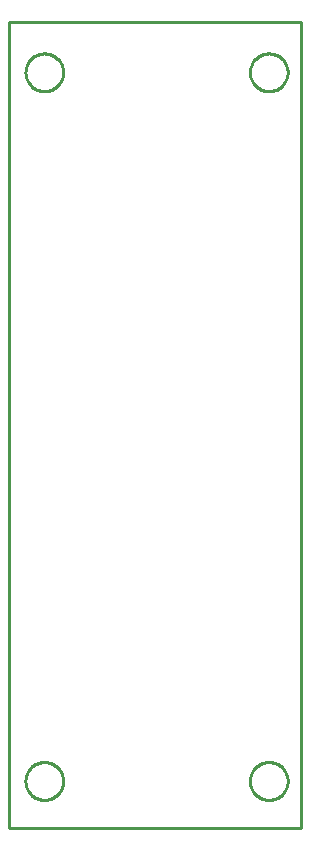
<source format=gbr>
G04 EAGLE Gerber RS-274X export*
G75*
%MOMM*%
%FSLAX34Y34*%
%LPD*%
%IN*%
%IPPOS*%
%AMOC8*
5,1,8,0,0,1.08239X$1,22.5*%
G01*
%ADD10C,0.254000*%


D10*
X0Y0D02*
X247650Y0D01*
X247650Y682625D01*
X0Y682625D01*
X0Y0D01*
X46000Y39476D02*
X45932Y38431D01*
X45795Y37392D01*
X45590Y36365D01*
X45319Y35353D01*
X44983Y34361D01*
X44582Y33393D01*
X44118Y32454D01*
X43595Y31546D01*
X43013Y30675D01*
X42375Y29844D01*
X41684Y29057D01*
X40943Y28316D01*
X40156Y27625D01*
X39325Y26988D01*
X38454Y26406D01*
X37546Y25882D01*
X36607Y25418D01*
X35639Y25017D01*
X34647Y24681D01*
X33635Y24410D01*
X32608Y24205D01*
X31569Y24069D01*
X30524Y24000D01*
X29476Y24000D01*
X28431Y24069D01*
X27392Y24205D01*
X26365Y24410D01*
X25353Y24681D01*
X24361Y25017D01*
X23393Y25418D01*
X22454Y25882D01*
X21546Y26406D01*
X20675Y26988D01*
X19844Y27625D01*
X19057Y28316D01*
X18316Y29057D01*
X17625Y29844D01*
X16988Y30675D01*
X16406Y31546D01*
X15882Y32454D01*
X15418Y33393D01*
X15017Y34361D01*
X14681Y35353D01*
X14410Y36365D01*
X14205Y37392D01*
X14069Y38431D01*
X14000Y39476D01*
X14000Y40524D01*
X14069Y41569D01*
X14205Y42608D01*
X14410Y43635D01*
X14681Y44647D01*
X15017Y45639D01*
X15418Y46607D01*
X15882Y47546D01*
X16406Y48454D01*
X16988Y49325D01*
X17625Y50156D01*
X18316Y50943D01*
X19057Y51684D01*
X19844Y52375D01*
X20675Y53013D01*
X21546Y53595D01*
X22454Y54118D01*
X23393Y54582D01*
X24361Y54983D01*
X25353Y55319D01*
X26365Y55590D01*
X27392Y55795D01*
X28431Y55932D01*
X29476Y56000D01*
X30524Y56000D01*
X31569Y55932D01*
X32608Y55795D01*
X33635Y55590D01*
X34647Y55319D01*
X35639Y54983D01*
X36607Y54582D01*
X37546Y54118D01*
X38454Y53595D01*
X39325Y53013D01*
X40156Y52375D01*
X40943Y51684D01*
X41684Y50943D01*
X42375Y50156D01*
X43013Y49325D01*
X43595Y48454D01*
X44118Y47546D01*
X44582Y46607D01*
X44983Y45639D01*
X45319Y44647D01*
X45590Y43635D01*
X45795Y42608D01*
X45932Y41569D01*
X46000Y40524D01*
X46000Y39476D01*
X236000Y39476D02*
X235932Y38431D01*
X235795Y37392D01*
X235590Y36365D01*
X235319Y35353D01*
X234983Y34361D01*
X234582Y33393D01*
X234118Y32454D01*
X233595Y31546D01*
X233013Y30675D01*
X232375Y29844D01*
X231684Y29057D01*
X230943Y28316D01*
X230156Y27625D01*
X229325Y26988D01*
X228454Y26406D01*
X227546Y25882D01*
X226607Y25418D01*
X225639Y25017D01*
X224647Y24681D01*
X223635Y24410D01*
X222608Y24205D01*
X221569Y24069D01*
X220524Y24000D01*
X219476Y24000D01*
X218431Y24069D01*
X217392Y24205D01*
X216365Y24410D01*
X215353Y24681D01*
X214361Y25017D01*
X213393Y25418D01*
X212454Y25882D01*
X211546Y26406D01*
X210675Y26988D01*
X209844Y27625D01*
X209057Y28316D01*
X208316Y29057D01*
X207625Y29844D01*
X206988Y30675D01*
X206406Y31546D01*
X205882Y32454D01*
X205418Y33393D01*
X205017Y34361D01*
X204681Y35353D01*
X204410Y36365D01*
X204205Y37392D01*
X204069Y38431D01*
X204000Y39476D01*
X204000Y40524D01*
X204069Y41569D01*
X204205Y42608D01*
X204410Y43635D01*
X204681Y44647D01*
X205017Y45639D01*
X205418Y46607D01*
X205882Y47546D01*
X206406Y48454D01*
X206988Y49325D01*
X207625Y50156D01*
X208316Y50943D01*
X209057Y51684D01*
X209844Y52375D01*
X210675Y53013D01*
X211546Y53595D01*
X212454Y54118D01*
X213393Y54582D01*
X214361Y54983D01*
X215353Y55319D01*
X216365Y55590D01*
X217392Y55795D01*
X218431Y55932D01*
X219476Y56000D01*
X220524Y56000D01*
X221569Y55932D01*
X222608Y55795D01*
X223635Y55590D01*
X224647Y55319D01*
X225639Y54983D01*
X226607Y54582D01*
X227546Y54118D01*
X228454Y53595D01*
X229325Y53013D01*
X230156Y52375D01*
X230943Y51684D01*
X231684Y50943D01*
X232375Y50156D01*
X233013Y49325D01*
X233595Y48454D01*
X234118Y47546D01*
X234582Y46607D01*
X234983Y45639D01*
X235319Y44647D01*
X235590Y43635D01*
X235795Y42608D01*
X235932Y41569D01*
X236000Y40524D01*
X236000Y39476D01*
X236000Y639476D02*
X235932Y638431D01*
X235795Y637392D01*
X235590Y636365D01*
X235319Y635353D01*
X234983Y634361D01*
X234582Y633393D01*
X234118Y632454D01*
X233595Y631546D01*
X233013Y630675D01*
X232375Y629844D01*
X231684Y629057D01*
X230943Y628316D01*
X230156Y627625D01*
X229325Y626988D01*
X228454Y626406D01*
X227546Y625882D01*
X226607Y625418D01*
X225639Y625017D01*
X224647Y624681D01*
X223635Y624410D01*
X222608Y624205D01*
X221569Y624069D01*
X220524Y624000D01*
X219476Y624000D01*
X218431Y624069D01*
X217392Y624205D01*
X216365Y624410D01*
X215353Y624681D01*
X214361Y625017D01*
X213393Y625418D01*
X212454Y625882D01*
X211546Y626406D01*
X210675Y626988D01*
X209844Y627625D01*
X209057Y628316D01*
X208316Y629057D01*
X207625Y629844D01*
X206988Y630675D01*
X206406Y631546D01*
X205882Y632454D01*
X205418Y633393D01*
X205017Y634361D01*
X204681Y635353D01*
X204410Y636365D01*
X204205Y637392D01*
X204069Y638431D01*
X204000Y639476D01*
X204000Y640524D01*
X204069Y641569D01*
X204205Y642608D01*
X204410Y643635D01*
X204681Y644647D01*
X205017Y645639D01*
X205418Y646607D01*
X205882Y647546D01*
X206406Y648454D01*
X206988Y649325D01*
X207625Y650156D01*
X208316Y650943D01*
X209057Y651684D01*
X209844Y652375D01*
X210675Y653013D01*
X211546Y653595D01*
X212454Y654118D01*
X213393Y654582D01*
X214361Y654983D01*
X215353Y655319D01*
X216365Y655590D01*
X217392Y655795D01*
X218431Y655932D01*
X219476Y656000D01*
X220524Y656000D01*
X221569Y655932D01*
X222608Y655795D01*
X223635Y655590D01*
X224647Y655319D01*
X225639Y654983D01*
X226607Y654582D01*
X227546Y654118D01*
X228454Y653595D01*
X229325Y653013D01*
X230156Y652375D01*
X230943Y651684D01*
X231684Y650943D01*
X232375Y650156D01*
X233013Y649325D01*
X233595Y648454D01*
X234118Y647546D01*
X234582Y646607D01*
X234983Y645639D01*
X235319Y644647D01*
X235590Y643635D01*
X235795Y642608D01*
X235932Y641569D01*
X236000Y640524D01*
X236000Y639476D01*
X46000Y639476D02*
X45932Y638431D01*
X45795Y637392D01*
X45590Y636365D01*
X45319Y635353D01*
X44983Y634361D01*
X44582Y633393D01*
X44118Y632454D01*
X43595Y631546D01*
X43013Y630675D01*
X42375Y629844D01*
X41684Y629057D01*
X40943Y628316D01*
X40156Y627625D01*
X39325Y626988D01*
X38454Y626406D01*
X37546Y625882D01*
X36607Y625418D01*
X35639Y625017D01*
X34647Y624681D01*
X33635Y624410D01*
X32608Y624205D01*
X31569Y624069D01*
X30524Y624000D01*
X29476Y624000D01*
X28431Y624069D01*
X27392Y624205D01*
X26365Y624410D01*
X25353Y624681D01*
X24361Y625017D01*
X23393Y625418D01*
X22454Y625882D01*
X21546Y626406D01*
X20675Y626988D01*
X19844Y627625D01*
X19057Y628316D01*
X18316Y629057D01*
X17625Y629844D01*
X16988Y630675D01*
X16406Y631546D01*
X15882Y632454D01*
X15418Y633393D01*
X15017Y634361D01*
X14681Y635353D01*
X14410Y636365D01*
X14205Y637392D01*
X14069Y638431D01*
X14000Y639476D01*
X14000Y640524D01*
X14069Y641569D01*
X14205Y642608D01*
X14410Y643635D01*
X14681Y644647D01*
X15017Y645639D01*
X15418Y646607D01*
X15882Y647546D01*
X16406Y648454D01*
X16988Y649325D01*
X17625Y650156D01*
X18316Y650943D01*
X19057Y651684D01*
X19844Y652375D01*
X20675Y653013D01*
X21546Y653595D01*
X22454Y654118D01*
X23393Y654582D01*
X24361Y654983D01*
X25353Y655319D01*
X26365Y655590D01*
X27392Y655795D01*
X28431Y655932D01*
X29476Y656000D01*
X30524Y656000D01*
X31569Y655932D01*
X32608Y655795D01*
X33635Y655590D01*
X34647Y655319D01*
X35639Y654983D01*
X36607Y654582D01*
X37546Y654118D01*
X38454Y653595D01*
X39325Y653013D01*
X40156Y652375D01*
X40943Y651684D01*
X41684Y650943D01*
X42375Y650156D01*
X43013Y649325D01*
X43595Y648454D01*
X44118Y647546D01*
X44582Y646607D01*
X44983Y645639D01*
X45319Y644647D01*
X45590Y643635D01*
X45795Y642608D01*
X45932Y641569D01*
X46000Y640524D01*
X46000Y639476D01*
M02*

</source>
